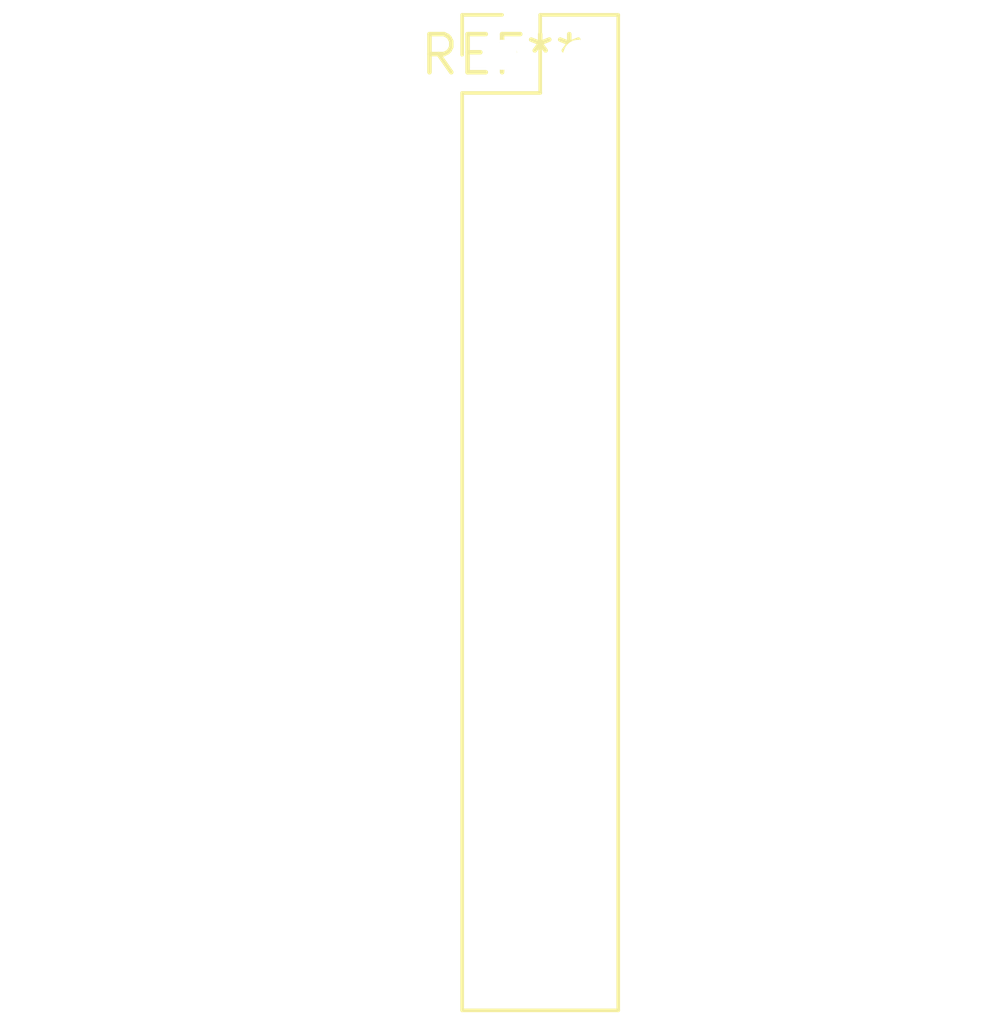
<source format=kicad_pcb>
(kicad_pcb (version 20240108) (generator pcbnew)
  (layers (0 "F.Cu" signal) (31 "B.Cu" signal) (34 "B.Paste" user) (35 "F.Paste" user) (36 "B.SilkS" user "B.Silkscreen") (37 "F.SilkS" user "F.Silkscreen") (38 "B.Mask" user) (39 "F.Mask" user) (44 "Edge.Cuts" user))
  (net 0 "")
  (footprint "PinHeader_2x13_P2.54mm_Vertical" (layer "F.Cu") (at 0 0)
    (property "Reference" "REF**")
    (property "Value" "PinHeader_2x13_P2.54mm_Vertical")
    (fp_line (start -1.33 -1.33) (end 0 -1.33) (layer "F.SilkS") (stroke (width 0.12)))
    (fp_line (start -1.33 0) (end -1.33 -1.33) (layer "F.SilkS") (stroke (width 0.12)))
    (fp_line (start -1.33 1.27) (end -1.33 31.81) (layer "F.SilkS") (stroke (width 0.12)))
    (fp_line (start -1.33 1.27) (end 1.27 1.27) (layer "F.SilkS") (stroke (width 0.12)))
    (fp_line (start -1.33 31.81) (end 3.87 31.81) (layer "F.SilkS") (stroke (width 0.12)))
    (fp_line (start 1.27 -1.33) (end 3.87 -1.33) (layer "F.SilkS") (stroke (width 0.12)))
    (fp_line (start 1.27 1.27) (end 1.27 -1.33) (layer "F.SilkS") (stroke (width 0.12)))
    (fp_line (start 3.87 -1.33) (end 3.87 31.81) (layer "F.SilkS") (stroke (width 0.12)))
    (pad "1" thru_hole rect (at 0 0) (size 1.7 1.7) (drill 1) (layers *.Cu *.Mask) (remove_unused_layers))
    (pad "2" thru_hole oval (at 2.54 0) (size 1.7 1.7) (drill 1) (layers *.Cu *.Mask) (remove_unused_layers))
    (pad "3" thru_hole oval (at 0 2.54) (size 1.7 1.7) (drill 1) (layers *.Cu *.Mask) (remove_unused_layers))
    (pad "4" thru_hole oval (at 2.54 2.54) (size 1.7 1.7) (drill 1) (layers *.Cu *.Mask) (remove_unused_layers))
    (pad "5" thru_hole oval (at 0 5.08) (size 1.7 1.7) (drill 1) (layers *.Cu *.Mask) (remove_unused_layers))
    (pad "6" thru_hole oval (at 2.54 5.08) (size 1.7 1.7) (drill 1) (layers *.Cu *.Mask) (remove_unused_layers))
    (pad "7" thru_hole oval (at 0 7.62) (size 1.7 1.7) (drill 1) (layers *.Cu *.Mask) (remove_unused_layers))
    (pad "8" thru_hole oval (at 2.54 7.62) (size 1.7 1.7) (drill 1) (layers *.Cu *.Mask) (remove_unused_layers))
    (pad "9" thru_hole oval (at 0 10.16) (size 1.7 1.7) (drill 1) (layers *.Cu *.Mask) (remove_unused_layers))
    (pad "10" thru_hole oval (at 2.54 10.16) (size 1.7 1.7) (drill 1) (layers *.Cu *.Mask) (remove_unused_layers))
    (pad "11" thru_hole oval (at 0 12.7) (size 1.7 1.7) (drill 1) (layers *.Cu *.Mask) (remove_unused_layers))
    (pad "12" thru_hole oval (at 2.54 12.7) (size 1.7 1.7) (drill 1) (layers *.Cu *.Mask) (remove_unused_layers))
    (pad "13" thru_hole oval (at 0 15.24) (size 1.7 1.7) (drill 1) (layers *.Cu *.Mask) (remove_unused_layers))
    (pad "14" thru_hole oval (at 2.54 15.24) (size 1.7 1.7) (drill 1) (layers *.Cu *.Mask) (remove_unused_layers))
    (pad "15" thru_hole oval (at 0 17.78) (size 1.7 1.7) (drill 1) (layers *.Cu *.Mask) (remove_unused_layers))
    (pad "16" thru_hole oval (at 2.54 17.78) (size 1.7 1.7) (drill 1) (layers *.Cu *.Mask) (remove_unused_layers))
    (pad "17" thru_hole oval (at 0 20.32) (size 1.7 1.7) (drill 1) (layers *.Cu *.Mask) (remove_unused_layers))
    (pad "18" thru_hole oval (at 2.54 20.32) (size 1.7 1.7) (drill 1) (layers *.Cu *.Mask) (remove_unused_layers))
    (pad "19" thru_hole oval (at 0 22.86) (size 1.7 1.7) (drill 1) (layers *.Cu *.Mask) (remove_unused_layers))
    (pad "20" thru_hole oval (at 2.54 22.86) (size 1.7 1.7) (drill 1) (layers *.Cu *.Mask) (remove_unused_layers))
    (pad "21" thru_hole oval (at 0 25.4) (size 1.7 1.7) (drill 1) (layers *.Cu *.Mask) (remove_unused_layers))
    (pad "22" thru_hole oval (at 2.54 25.4) (size 1.7 1.7) (drill 1) (layers *.Cu *.Mask) (remove_unused_layers))
    (pad "23" thru_hole oval (at 0 27.94) (size 1.7 1.7) (drill 1) (layers *.Cu *.Mask) (remove_unused_layers))
    (pad "24" thru_hole oval (at 2.54 27.94) (size 1.7 1.7) (drill 1) (layers *.Cu *.Mask) (remove_unused_layers))
    (pad "25" thru_hole oval (at 0 30.48) (size 1.7 1.7) (drill 1) (layers *.Cu *.Mask) (remove_unused_layers))
    (pad "26" thru_hole oval (at 2.54 30.48) (size 1.7 1.7) (drill 1) (layers *.Cu *.Mask) (remove_unused_layers))
  )
)
</source>
